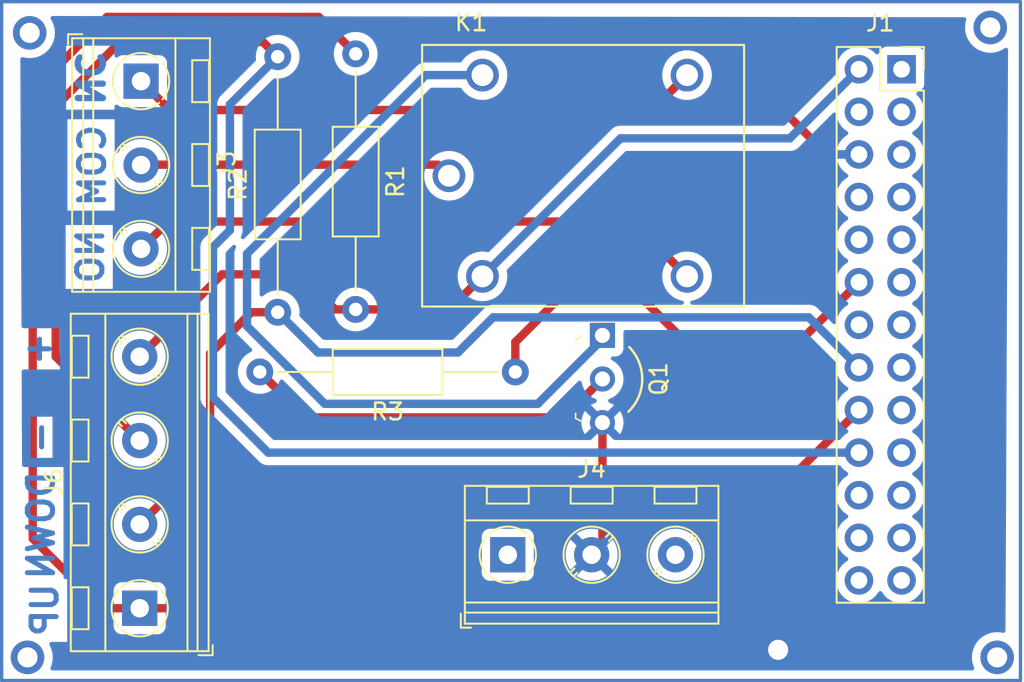
<source format=kicad_pcb>
(kicad_pcb (version 20221018) (generator pcbnew)
  (layers (0 "F.Cu" signal) (31 "B.Cu" signal) (34 "B.Paste" user) (35 "F.Paste" user) (36 "B.SilkS" user "B.Silkscreen") (37 "F.SilkS" user "F.Silkscreen") (38 "B.Mask" user) (39 "F.Mask" user) (44 "Edge.Cuts" user))
  (net 0 "")
  (net 2 "Net-(J1-Pin_2)")
  (net 6 "GND")
  (net 12 "Net-(J1-Pin_12)")
  (net 16 "Net-(J1-Pin_16)")
  (net 18 "Net-(J1-Pin_18)")
  (net 20 "Net-(J1-Pin_20)")
  (net 27 "Net-(J3-Pin_1)")
  (net 28 "Net-(J3-Pin_2)")
  (net 29 "Net-(J3-Pin_3)")
  (net 32 "Net-(Q1-C)")
  (net 33 "Net-(Q1-B)")
  (footprint "Resistor_THT:R_Axial_DIN0207_L6.3mm_D2.5mm_P15.24mm_Horizontal" (layer "F.Cu") (at 82.05 57.09 90)
    (fp_text reference "R2" (at 7.62 -2.37 90) (layer "F.SilkS"))
    (fp_text value "2.2k")
    (fp_line (start 1.04 0) (end 4.35 0) (stroke (width 0.12)) (layer "F.SilkS"))
    (fp_line (start 4.35 -1.37) (end 4.35 1.37) (stroke (width 0.12)) (layer "F.SilkS"))
    (fp_line (start 4.35 1.37) (end 10.89 1.37) (stroke (width 0.12)) (layer "F.SilkS"))
    (fp_line (start 10.89 -1.37) (end 4.35 -1.37) (stroke (width 0.12)) (layer "F.SilkS"))
    (fp_line (start 10.89 1.37) (end 10.89 -1.37) (stroke (width 0.12)) (layer "F.SilkS"))
    (fp_line (start 14.2 0) (end 10.89 0) (stroke (width 0.12)) (layer "F.SilkS"))
    (pad "1" thru_hole circle (at 0 0 90) (size 1.6 1.6) (drill 0.8) (layers "*.Cu" "*.Mask") (net 16 "Net-(J1-Pin_16)"))
    (pad "2" thru_hole oval (at 15.24 0 90) (size 1.6 1.6) (drill 0.8) (layers "*.Cu" "*.Mask") (net 20 "Net-(J1-Pin_20)"))
  )
  (footprint "Resistor_THT:R_Axial_DIN0207_L6.3mm_D2.5mm_P15.24mm_Horizontal" (layer "F.Cu") (at 96.22 60.65 180)
    (fp_text reference "R3" (at 7.62 -2.37) (layer "F.SilkS"))
    (fp_text value "330ohm")
    (fp_line (start 1.04 0) (end 4.35 0) (stroke (width 0.12)) (layer "F.SilkS"))
    (fp_line (start 4.35 -1.37) (end 4.35 1.37) (stroke (width 0.12)) (layer "F.SilkS"))
    (fp_line (start 4.35 1.37) (end 10.89 1.37) (stroke (width 0.12)) (layer "F.SilkS"))
    (fp_line (start 10.89 -1.37) (end 4.35 -1.37) (stroke (width 0.12)) (layer "F.SilkS"))
    (fp_line (start 10.89 1.37) (end 10.89 -1.37) (stroke (width 0.12)) (layer "F.SilkS"))
    (fp_line (start 14.2 0) (end 10.89 0) (stroke (width 0.12)) (layer "F.SilkS"))
    (pad "1" thru_hole circle (at 0 0 180) (size 1.6 1.6) (drill 0.8) (layers "*.Cu" "*.Mask") (net 12 "Net-(J1-Pin_12)"))
    (pad "2" thru_hole oval (at 15.24 0 180) (size 1.6 1.6) (drill 0.8) (layers "*.Cu" "*.Mask") (net 33 "Net-(Q1-B)"))
  )
  (footprint "TerminalBlock_RND:TerminalBlock_RND_205-00046_1x03_P5.00mm_Horizontal" (layer "F.Cu") (at 73.9 43.31 -90)
    (fp_text reference "J3" (at 5 -5.11 90) (layer "F.SilkS"))
    (fp_text value "Screw_Terminal_01x03")
    (fp_line (start -2.8 3.51) (end -2.8 4.35) (stroke (width 0.12)) (layer "F.SilkS"))
    (fp_line (start -2.8 4.35) (end -2.2 4.35) (stroke (width 0.12)) (layer "F.SilkS"))
    (fp_line (start -2.56 -4.11) (end -2.56 4.11) (stroke (width 0.12)) (layer "F.SilkS"))
    (fp_line (start -2.56 -4.11) (end 12.56 -4.11) (stroke (width 0.12)) (layer "F.SilkS"))
    (fp_line (start -2.56 -2.05) (end 12.56 -2.05) (stroke (width 0.12)) (layer "F.SilkS"))
    (fp_line (start -2.56 2.85) (end 12.56 2.85) (stroke (width 0.12)) (layer "F.SilkS"))
    (fp_line (start -2.56 3.45) (end 12.56 3.45) (stroke (width 0.12)) (layer "F.SilkS"))
    (fp_line (start -2.56 4.11) (end 12.56 4.11) (stroke (width 0.12)) (layer "F.SilkS"))
    (fp_line (start -1.25 -4.05) (end -1.25 -3.05) (stroke (width 0.12)) (layer "F.SilkS"))
    (fp_line (start -1.25 -4.05) (end 1.25 -4.05) (stroke (width 0.12)) (layer "F.SilkS"))
    (fp_line (start -1.25 -3.05) (end 1.25 -3.05) (stroke (width 0.12)) (layer "F.SilkS"))
    (fp_line (start 1.25 -4.05) (end 1.25 -3.05) (stroke (width 0.12)) (layer "F.SilkS"))
    (fp_line (start 3.75 -4.05) (end 3.75 -3.05) (stroke (width 0.12)) (layer "F.SilkS"))
    (fp_line (start 3.75 -4.05) (end 6.25 -4.05) (stroke (width 0.12)) (layer "F.SilkS"))
    (fp_line (start 3.75 -3.05) (end 6.25 -3.05) (stroke (width 0.12)) (layer "F.SilkS"))
    (fp_line (start 3.972 0.823) (end 3.726 1.069) (stroke (width 0.12)) (layer "F.SilkS"))
    (fp_line (start 4.13 1.075) (end 3.931 1.274) (stroke (width 0.12)) (layer "F.SilkS"))
    (fp_line (start 6.07 -1.275) (end 5.859 -1.064) (stroke (width 0.12)) (layer "F.SilkS"))
    (fp_line (start 6.25 -4.05) (end 6.25 -3.05) (stroke (width 0.12)) (layer "F.SilkS"))
    (fp_line (start 6.275 -1.069) (end 6.029 -0.823) (stroke (width 0.12)) (layer "F.SilkS"))
    (fp_line (start 8.75 -4.05) (end 8.75 -3.05) (stroke (width 0.12)) (layer "F.SilkS"))
    (fp_line (start 8.75 -4.05) (end 11.25 -4.05) (stroke (width 0.12)) (layer "F.SilkS"))
    (fp_line (start 8.75 -3.05) (end 11.25 -3.05) (stroke (width 0.12)) (layer "F.SilkS"))
    (fp_line (start 8.972 0.823) (end 8.726 1.069) (stroke (width 0.12)) (layer "F.SilkS"))
    (fp_line (start 9.13 1.075) (end 8.931 1.274) (stroke (width 0.12)) (layer "F.SilkS"))
    (fp_line (start 11.07 -1.275) (end 10.859 -1.064) (stroke (width 0.12)) (layer "F.SilkS"))
    (fp_line (start 11.25 -4.05) (end 11.25 -3.05) (stroke (width 0.12)) (layer "F.SilkS"))
    (fp_line (start 11.275 -1.069) (end 11.029 -0.823) (stroke (width 0.12)) (layer "F.SilkS"))
    (fp_line (start 12.56 -4.11) (end 12.56 4.11) (stroke (width 0.12)) (layer "F.SilkS"))
    (fp_arc (start -1.288062 1.079734) (mid -1.680752 -0.000826) (end -1.287 -1.081) (stroke (width 0.12)) (layer "F.SilkS"))
    (fp_arc (start -1.079908 -1.287078) (mid 0.00006 -1.68011) (end 1.08 -1.287) (stroke (width 0.12)) (layer "F.SilkS"))
    (fp_arc (start 0.028507 1.680511) (mid -0.561826 1.584071) (end -1.081 1.287) (stroke (width 0.12)) (layer "F.SilkS"))
    (fp_arc (start 1.079883 1.286955) (mid 0.574594 1.578684) (end 0 1.68) (stroke (width 0.12)) (layer "F.SilkS"))
    (fp_arc (start 1.287078 -1.079908) (mid 1.68011 0.00006) (end 1.287 1.08) (stroke (width 0.12)) (layer "F.SilkS"))
    (fp_circle (center 5 0) (end 6.68 0) (stroke (width 0.12)) (fill none) (layer "F.SilkS"))
    (fp_circle (center 10 0) (end 11.68 0) (stroke (width 0.12)) (fill none) (layer "F.SilkS"))
    (pad "1" thru_hole rect (at 0 0 270) (size 2.1 2.1) (drill 1.1) (layers "*.Cu" "*.Mask") (net 27 "Net-(J3-Pin_1)"))
    (pad "2" thru_hole circle (at 5 0 270) (size 2.1 2.1) (drill 1.1) (layers "*.Cu" "*.Mask") (net 28 "Net-(J3-Pin_2)"))
    (pad "3" thru_hole circle (at 10 0 270) (size 2.1 2.1) (drill 1.1) (layers "*.Cu" "*.Mask") (net 29 "Net-(J3-Pin_3)"))
  )
  (footprint "SRD-03VDC-SL-C:RELAY_SRD-03VDC-SL-C" (layer "F.Cu") (at 100.26 48.95)
    (fp_text reference "K1" (at -6.675 -9.135) (layer "F.SilkS"))
    (fp_text value "SRD-03VDC-SL-C")
    (fp_line (start -9.6 -7.8) (end 9.6 -7.8) (stroke (width 0.127)) (layer "F.SilkS"))
    (fp_line (start -9.6 7.8) (end -9.6 -7.8) (stroke (width 0.127)) (layer "F.SilkS"))
    (fp_line (start 9.6 -7.8) (end 9.6 7.8) (stroke (width 0.127)) (layer "F.SilkS"))
    (fp_line (start 9.6 7.8) (end -9.6 7.8) (stroke (width 0.127)) (layer "F.SilkS"))
    (pad "COIL1" thru_hole circle (at -6 -6) (size 1.95 1.95) (drill 1.3) (layers "*.Cu" "*.Mask") (net 32 "Net-(Q1-C)"))
    (pad "COIL2" thru_hole circle (at -6 6) (size 1.95 1.95) (drill 1.3) (layers "*.Cu" "*.Mask") (net 2 "Net-(J1-Pin_2)"))
    (pad "COM" thru_hole circle (at -8 0) (size 1.95 1.95) (drill 1.3) (layers "*.Cu" "*.Mask") (net 28 "Net-(J3-Pin_2)"))
    (pad "NC" thru_hole circle (at 6.2 -6) (size 1.95 1.95) (drill 1.3) (layers "*.Cu" "*.Mask") (net 27 "Net-(J3-Pin_1)"))
    (pad "NO" thru_hole circle (at 6.2 6) (size 1.95 1.95) (drill 1.3) (layers "*.Cu" "*.Mask") (net 29 "Net-(J3-Pin_3)"))
  )
  (footprint "Connector_PinSocket_2.54mm:PinSocket_2x13_P2.54mm_Vertical" (layer "F.Cu") (at 119.25 42.6)
    (fp_text reference "J1" (at -1.27 -2.77) (layer "F.SilkS"))
    (fp_text value "Conn_02x13_Odd_Even")
    (fp_line (start -3.87 -1.33) (end -3.87 31.81) (stroke (width 0.12)) (layer "F.SilkS"))
    (fp_line (start -3.87 -1.33) (end -1.27 -1.33) (stroke (width 0.12)) (layer "F.SilkS"))
    (fp_line (start -3.87 31.81) (end 1.33 31.81) (stroke (width 0.12)) (layer "F.SilkS"))
    (fp_line (start -1.27 -1.33) (end -1.27 1.27) (stroke (width 0.12)) (layer "F.SilkS"))
    (fp_line (start -1.27 1.27) (end 1.33 1.27) (stroke (width 0.12)) (layer "F.SilkS"))
    (fp_line (start 0 -1.33) (end 1.33 -1.33) (stroke (width 0.12)) (layer "F.SilkS"))
    (fp_line (start 1.33 -1.33) (end 1.33 0) (stroke (width 0.12)) (layer "F.SilkS"))
    (fp_line (start 1.33 1.27) (end 1.33 31.81) (stroke (width 0.12)) (layer "F.SilkS"))
    (pad "1" thru_hole rect (at 0 0) (size 1.7 1.7) (drill 1) (layers "*.Cu" "*.Mask"))
    (pad "2" thru_hole oval (at -2.54 0) (size 1.7 1.7) (drill 1) (layers "*.Cu" "*.Mask") (net 2 "Net-(J1-Pin_2)"))
    (pad "3" thru_hole oval (at 0 2.54) (size 1.7 1.7) (drill 1) (layers "*.Cu" "*.Mask"))
    (pad "4" thru_hole oval (at -2.54 2.54) (size 1.7 1.7) (drill 1) (layers "*.Cu" "*.Mask"))
    (pad "5" thru_hole oval (at 0 5.08) (size 1.7 1.7) (drill 1) (layers "*.Cu" "*.Mask"))
    (pad "6" thru_hole oval (at -2.54 5.08) (size 1.7 1.7) (drill 1) (layers "*.Cu" "*.Mask") (net 6 "GND"))
    (pad "7" thru_hole oval (at 0 7.62) (size 1.7 1.7) (drill 1) (layers "*.Cu" "*.Mask"))
    (pad "8" thru_hole oval (at -2.54 7.62) (size 1.7 1.7) (drill 1) (layers "*.Cu" "*.Mask"))
    (pad "9" thru_hole oval (at 0 10.16) (size 1.7 1.7) (drill 1) (layers "*.Cu" "*.Mask"))
    (pad "10" thru_hole oval (at -2.54 10.16) (size 1.7 1.7) (drill 1) (layers "*.Cu" "*.Mask"))
    (pad "11" thru_hole oval (at 0 12.7) (size 1.7 1.7) (drill 1) (layers "*.Cu" "*.Mask"))
    (pad "12" thru_hole oval (at -2.54 12.7) (size 1.7 1.7) (drill 1) (layers "*.Cu" "*.Mask") (net 12 "Net-(J1-Pin_12)"))
    (pad "13" thru_hole oval (at 0 15.24) (size 1.7 1.7) (drill 1) (layers "*.Cu" "*.Mask"))
    (pad "14" thru_hole oval (at -2.54 15.24) (size 1.7 1.7) (drill 1) (layers "*.Cu" "*.Mask"))
    (pad "15" thru_hole oval (at 0 17.78) (size 1.7 1.7) (drill 1) (layers "*.Cu" "*.Mask"))
    (pad "16" thru_hole oval (at -2.54 17.78) (size 1.7 1.7) (drill 1) (layers "*.Cu" "*.Mask") (net 16 "Net-(J1-Pin_16)"))
    (pad "17" thru_hole oval (at 0 20.32) (size 1.7 1.7) (drill 1) (layers "*.Cu" "*.Mask"))
    (pad "18" thru_hole oval (at -2.54 20.32) (size 1.7 1.7) (drill 1) (layers "*.Cu" "*.Mask") (net 18 "Net-(J1-Pin_18)"))
    (pad "19" thru_hole oval (at 0 22.86) (size 1.7 1.7) (drill 1) (layers "*.Cu" "*.Mask"))
    (pad "20" thru_hole oval (at -2.54 22.86) (size 1.7 1.7) (drill 1) (layers "*.Cu" "*.Mask") (net 20 "Net-(J1-Pin_20)"))
    (pad "21" thru_hole oval (at 0 25.4) (size 1.7 1.7) (drill 1) (layers "*.Cu" "*.Mask"))
    (pad "22" thru_hole oval (at -2.54 25.4) (size 1.7 1.7) (drill 1) (layers "*.Cu" "*.Mask"))
    (pad "23" thru_hole oval (at 0 27.94) (size 1.7 1.7) (drill 1) (layers "*.Cu" "*.Mask"))
    (pad "24" thru_hole oval (at -2.54 27.94) (size 1.7 1.7) (drill 1) (layers "*.Cu" "*.Mask"))
    (pad "25" thru_hole oval (at 0 30.48) (size 1.7 1.7) (drill 1) (layers "*.Cu" "*.Mask"))
    (pad "26" thru_hole oval (at -2.54 30.48) (size 1.7 1.7) (drill 1) (layers "*.Cu" "*.Mask"))
  )
  (footprint "TerminalBlock_RND:TerminalBlock_RND_205-00047_1x04_P5.00mm_Horizontal" (layer "F.Cu") (at 73.82 74.74 90)
    (fp_text reference "J6" (at 7.5 -5.11 90) (layer "F.SilkS"))
    (fp_text value "Screw_Terminal_01x04")
    (fp_line (start -2.8 3.51) (end -2.8 4.35) (stroke (width 0.12)) (layer "F.SilkS"))
    (fp_line (start -2.8 4.35) (end -2.2 4.35) (stroke (width 0.12)) (layer "F.SilkS"))
    (fp_line (start -2.56 -4.11) (end -2.56 4.11) (stroke (width 0.12)) (layer "F.SilkS"))
    (fp_line (start -2.56 -4.11) (end 17.561 -4.11) (stroke (width 0.12)) (layer "F.SilkS"))
    (fp_line (start -2.56 -2.05) (end 17.561 -2.05) (stroke (width 0.12)) (layer "F.SilkS"))
    (fp_line (start -2.56 2.85) (end 17.561 2.85) (stroke (width 0.12)) (layer "F.SilkS"))
    (fp_line (start -2.56 3.45) (end 17.561 3.45) (stroke (width 0.12)) (layer "F.SilkS"))
    (fp_line (start -2.56 4.11) (end 17.561 4.11) (stroke (width 0.12)) (layer "F.SilkS"))
    (fp_line (start -1.25 -4.05) (end -1.25 -3.05) (stroke (width 0.12)) (layer "F.SilkS"))
    (fp_line (start -1.25 -4.05) (end 1.25 -4.05) (stroke (width 0.12)) (layer "F.SilkS"))
    (fp_line (start -1.25 -3.05) (end 1.25 -3.05) (stroke (width 0.12)) (layer "F.SilkS"))
    (fp_line (start 1.25 -4.05) (end 1.25 -3.05) (stroke (width 0.12)) (layer "F.SilkS"))
    (fp_line (start 3.75 -4.05) (end 3.75 -3.05) (stroke (width 0.12)) (layer "F.SilkS"))
    (fp_line (start 3.75 -4.05) (end 6.25 -4.05) (stroke (width 0.12)) (layer "F.SilkS"))
    (fp_line (start 3.75 -3.05) (end 6.25 -3.05) (stroke (width 0.12)) (layer "F.SilkS"))
    (fp_line (start 3.972 0.823) (end 3.726 1.069) (stroke (width 0.12)) (layer "F.SilkS"))
    (fp_line (start 4.13 1.075) (end 3.931 1.274) (stroke (width 0.12)) (layer "F.SilkS"))
    (fp_line (start 6.07 -1.275) (end 5.859 -1.064) (stroke (width 0.12)) (layer "F.SilkS"))
    (fp_line (start 6.25 -4.05) (end 6.25 -3.05) (stroke (width 0.12)) (layer "F.SilkS"))
    (fp_line (start 6.275 -1.069) (end 6.029 -0.823) (stroke (width 0.12)) (layer "F.SilkS"))
    (fp_line (start 8.75 -4.05) (end 8.75 -3.05) (stroke (width 0.12)) (layer "F.SilkS"))
    (fp_line (start 8.75 -4.05) (end 11.25 -4.05) (stroke (width 0.12)) (layer "F.SilkS"))
    (fp_line (start 8.75 -3.05) (end 11.25 -3.05) (stroke (width 0.12)) (layer "F.SilkS"))
    (fp_line (start 8.972 0.823) (end 8.726 1.069) (stroke (width 0.12)) (layer "F.SilkS"))
    (fp_line (start 9.13 1.075) (end 8.931 1.274) (stroke (width 0.12)) (layer "F.SilkS"))
    (fp_line (start 11.07 -1.275) (end 10.859 -1.064) (stroke (width 0.12)) (layer "F.SilkS"))
    (fp_line (start 11.25 -4.05) (end 11.25 -3.05) (stroke (width 0.12)) (layer "F.SilkS"))
    (fp_line (start 11.275 -1.069) (end 11.029 -0.823) (stroke (width 0.12)) (layer "F.SilkS"))
    (fp_line (start 13.75 -4.05) (end 13.75 -3.05) (stroke (width 0.12)) (layer "F.SilkS"))
    (fp_line (start 13.75 -4.05) (end 16.25 -4.05) (stroke (width 0.12)) (layer "F.SilkS"))
    (fp_line (start 13.75 -3.05) (end 16.25 -3.05) (stroke (width 0.12)) (layer "F.SilkS"))
    (fp_line (start 13.972 0.823) (end 13.726 1.069) (stroke (width 0.12)) (layer "F.SilkS"))
    (fp_line (start 14.13 1.075) (end 13.931 1.274) (stroke (width 0.12)) (layer "F.SilkS"))
    (fp_line (start 16.07 -1.275) (end 15.859 -1.064) (stroke (width 0.12)) (layer "F.SilkS"))
    (fp_line (start 16.25 -4.05) (end 16.25 -3.05) (stroke (width 0.12)) (layer "F.SilkS"))
    (fp_line (start 16.275 -1.069) (end 16.029 -0.823) (stroke (width 0.12)) (layer "F.SilkS"))
    (fp_line (start 17.561 -4.11) (end 17.561 4.11) (stroke (width 0.12)) (layer "F.SilkS"))
    (fp_arc (start -1.288062 1.079734) (mid -1.680752 -0.000826) (end -1.287 -1.081) (stroke (width 0.12)) (layer "F.SilkS"))
    (fp_arc (start -1.079908 -1.287078) (mid 0.00006 -1.68011) (end 1.08 -1.287) (stroke (width 0.12)) (layer "F.SilkS"))
    (fp_arc (start 0.028507 1.680511) (mid -0.561826 1.584071) (end -1.081 1.287) (stroke (width 0.12)) (layer "F.SilkS"))
    (fp_arc (start 1.079883 1.286955) (mid 0.574594 1.578684) (end 0 1.68) (stroke (width 0.12)) (layer "F.SilkS"))
    (fp_arc (start 1.287078 -1.079908) (mid 1.68011 0.00006) (end 1.287 1.08) (stroke (width 0.12)) (layer "F.SilkS"))
    (fp_circle (center 5 0) (end 6.68 0) (stroke (width 0.12)) (fill none) (layer "F.SilkS"))
    (fp_circle (center 10 0) (end 11.68 0) (stroke (width 0.12)) (fill none) (layer "F.SilkS"))
    (fp_circle (center 15 0) (end 16.68 0) (stroke (width 0.12)) (fill none) (layer "F.SilkS"))
    (pad "1" thru_hole rect (at 0 0 90) (size 2.1 2.1) (drill 1.1) (layers "*.Cu" "*.Mask") (net 18 "Net-(J1-Pin_18)"))
    (pad "2" thru_hole circle (at 5 0 90) (size 2.1 2.1) (drill 1.1) (layers "*.Cu" "*.Mask") (net 16 "Net-(J1-Pin_16)"))
    (pad "3" thru_hole circle (at 10 0 90) (size 2.1 2.1) (drill 1.1) (layers "*.Cu" "*.Mask") (net 20 "Net-(J1-Pin_20)"))
    (pad "4" thru_hole circle (at 15 0 90) (size 2.1 2.1) (drill 1.1) (layers "*.Cu" "*.Mask") (net 2 "Net-(J1-Pin_2)"))
  )
  (footprint "Resistor_THT:R_Axial_DIN0207_L6.3mm_D2.5mm_P15.24mm_Horizontal" (layer "F.Cu") (at 86.7 41.68 -90)
    (fp_text reference "R1" (at 7.62 -2.37 90) (layer "F.SilkS"))
    (fp_text value "2.2k")
    (fp_line (start 1.04 0) (end 4.35 0) (stroke (width 0.12)) (layer "F.SilkS"))
    (fp_line (start 4.35 -1.37) (end 4.35 1.37) (stroke (width 0.12)) (layer "F.SilkS"))
    (fp_line (start 4.35 1.37) (end 10.89 1.37) (stroke (width 0.12)) (layer "F.SilkS"))
    (fp_line (start 10.89 -1.37) (end 4.35 -1.37) (stroke (width 0.12)) (layer "F.SilkS"))
    (fp_line (start 10.89 1.37) (end 10.89 -1.37) (stroke (width 0.12)) (layer "F.SilkS"))
    (fp_line (start 14.2 0) (end 10.89 0) (stroke (width 0.12)) (layer "F.SilkS"))
    (pad "1" thru_hole circle (at 0 0 270) (size 1.6 1.6) (drill 0.8) (layers "*.Cu" "*.Mask") (net 18 "Net-(J1-Pin_18)"))
    (pad "2" thru_hole oval (at 15.24 0 270) (size 1.6 1.6) (drill 0.8) (layers "*.Cu" "*.Mask") (net 2 "Net-(J1-Pin_2)"))
  )
  (footprint "digikey-footprints:TO-92-3_Formed_Leads" (layer "F.Cu") (at 101.415 58.47 -90)
    (fp_text reference "Q1" (at 2.6 -3.35 90) (layer "F.SilkS"))
    (fp_text value "BC547BTA")
    (fp_line (start 0.25 1.6) (end 0.1 1.3) (stroke (width 0.1)) (layer "F.SilkS"))
    (fp_line (start 0.55 1.6) (end 0.25 1.6) (stroke (width 0.1)) (layer "F.SilkS"))
    (fp_line (start 4.95 1.6) (end 4.65 1.6) (stroke (width 0.1)) (layer "F.SilkS"))
    (fp_line (start 4.95 1.6) (end 5.1 1.3) (stroke (width 0.1)) (layer "F.SilkS"))
    (fp_arc (start 0.7 -1.6) (mid 2.635355 -2.372361) (end 4.55 -1.55) (stroke (width 0.15)) (layer "F.SilkS"))
    (pad "1" thru_hole rect (at 0 0 90) (size 1.5 1.5) (drill 0.9) (layers "*.Cu" "*.Mask") (net 32 "Net-(Q1-C)"))
    (pad "2" thru_hole circle (at 2.6 0 90) (size 1.5 1.5) (drill 0.9) (layers "*.Cu" "*.Mask") (net 33 "Net-(Q1-B)"))
    (pad "3" thru_hole circle (at 5.2 0 90) (size 1.5 1.5) (drill 0.9) (layers "*.Cu" "*.Mask") (net 6 "GND"))
  )
  (footprint "TerminalBlock_RND:TerminalBlock_RND_205-00046_1x03_P5.00mm_Horizontal" (layer "F.Cu") (at 95.77 71.55)
    (fp_text reference "J4" (at 5 -5.11) (layer "F.SilkS"))
    (fp_text value "Screw_Terminal_01x03")
    (fp_line (start -2.8 3.51) (end -2.8 4.35) (stroke (width 0.12)) (layer "F.SilkS"))
    (fp_line (start -2.8 4.35) (end -2.2 4.35) (stroke (width 0.12)) (layer "F.SilkS"))
    (fp_line (start -2.56 -4.11) (end -2.56 4.11) (stroke (width 0.12)) (layer "F.SilkS"))
    (fp_line (start -2.56 -4.11) (end 12.56 -4.11) (stroke (width 0.12)) (layer "F.SilkS"))
    (fp_line (start -2.56 -2.05) (end 12.56 -2.05) (stroke (width 0.12)) (layer "F.SilkS"))
    (fp_line (start -2.56 2.85) (end 12.56 2.85) (stroke (width 0.12)) (layer "F.SilkS"))
    (fp_line (start -2.56 3.45) (end 12.56 3.45) (stroke (width 0.12)) (layer "F.SilkS"))
    (fp_line (start -2.56 4.11) (end 12.56 4.11) (stroke (width 0.12)) (layer "F.SilkS"))
    (fp_line (start -1.25 -4.05) (end -1.25 -3.05) (stroke (width 0.12)) (layer "F.SilkS"))
    (fp_line (start -1.25 -4.05) (end 1.25 -4.05) (stroke (width 0.12)) (layer "F.SilkS"))
    (fp_line (start -1.25 -3.05) (end 1.25 -3.05) (stroke (width 0.12)) (layer "F.SilkS"))
    (fp_line (start 1.25 -4.05) (end 1.25 -3.05) (stroke (width 0.12)) (layer "F.SilkS"))
    (fp_line (start 3.75 -4.05) (end 3.75 -3.05) (stroke (width 0.12)) (layer "F.SilkS"))
    (fp_line (start 3.75 -4.05) (end 6.25 -4.05) (stroke (width 0.12)) (layer "F.SilkS"))
    (fp_line (start 3.75 -3.05) (end 6.25 -3.05) (stroke (width 0.12)) (layer "F.SilkS"))
    (fp_line (start 3.972 0.823) (end 3.726 1.069) (stroke (width 0.12)) (layer "F.SilkS"))
    (fp_line (start 4.13 1.075) (end 3.931 1.274) (stroke (width 0.12)) (layer "F.SilkS"))
    (fp_line (start 6.07 -1.275) (end 5.859 -1.064) (stroke (width 0.12)) (layer "F.SilkS"))
    (fp_line (start 6.25 -4.05) (end 6.25 -3.05) (stroke (width 0.12)) (layer "F.SilkS"))
    (fp_line (start 6.275 -1.069) (end 6.029 -0.823) (stroke (width 0.12)) (layer "F.SilkS"))
    (fp_line (start 8.75 -4.05) (end 8.75 -3.05) (stroke (width 0.12)) (layer "F.SilkS"))
    (fp_line (start 8.75 -4.05) (end 11.25 -4.05) (stroke (width 0.12)) (layer "F.SilkS"))
    (fp_line (start 8.75 -3.05) (end 11.25 -3.05) (stroke (width 0.12)) (layer "F.SilkS"))
    (fp_line (start 8.972 0.823) (end 8.726 1.069) (stroke (width 0.12)) (layer "F.SilkS"))
    (fp_line (start 9.13 1.075) (end 8.931 1.274) (stroke (width 0.12)) (layer "F.SilkS"))
    (fp_line (start 11.07 -1.275) (end 10.859 -1.064) (stroke (width 0.12)) (layer "F.SilkS"))
    (fp_line (start 11.25 -4.05) (end 11.25 -3.05) (stroke (width 0.12)) (layer "F.SilkS"))
    (fp_line (start 11.275 -1.069) (end 11.029 -0.823) (stroke (width 0.12)) (layer "F.SilkS"))
    (fp_line (start 12.56 -4.11) (end 12.56 4.11) (stroke (width 0.12)) (layer "F.SilkS"))
    (fp_arc (start -1.288062 1.079734) (mid -1.680752 -0.000826) (end -1.287 -1.081) (stroke (width 0.12)) (layer "F.SilkS"))
    (fp_arc (start -1.079908 -1.287078) (mid 0.00006 -1.68011) (end 1.08 -1.287) (stroke (width 0.12)) (layer "F.SilkS"))
    (fp_arc (start 0.028507 1.680511) (mid -0.561826 1.584071) (end -1.081 1.287) (stroke (width 0.12)) (layer "F.SilkS"))
    (fp_arc (start 1.079883 1.286955) (mid 0.574594 1.578684) (end 0 1.68) (stroke (width 0.12)) (layer "F.SilkS"))
    (fp_arc (start 1.287078 -1.079908) (mid 1.68011 0.00006) (end 1.287 1.08) (stroke (width 0.12)) (layer "F.SilkS"))
    (fp_circle (center 5 0) (end 6.68 0) (stroke (width 0.12)) (fill none) (layer "F.SilkS"))
    (fp_circle (center 10 0) (end 11.68 0) (stroke (width 0.12)) (fill none) (layer "F.SilkS"))
    (pad "1" thru_hole rect (at 0 0) (size 2.1 2.1) (drill 1.1) (layers "*.Cu" "*.Mask"))
    (pad "2" thru_hole circle (at 5 0) (size 2.1 2.1) (drill 1.1) (layers "*.Cu" "*.Mask") (net 6 "GND"))
    (pad "3" thru_hole circle (at 10 0) (size 2.1 2.1) (drill 1.1) (layers "*.Cu" "*.Mask"))
  )
  (gr_rect (start 65.59 38.57) (end 126.34 79.05) (stroke (width 0.2)) (fill none) (layer "B.Cu"))
  (gr_text "UP" (at 69.04 73.11 90) (layer "B.Cu") (effects (font (size 1.5 1.5) (thickness 0.3) bold) (justify left bottom mirror)))
  (gr_text "+" (at 68.97 60.04) (layer "B.Cu") (effects (font (size 1.5 1.5) (thickness 0.3) bold) (justify left bottom mirror)))
  (gr_text "NO\n" (at 71.76 51.99 90) (layer "B.Cu") (effects (font (size 1.5 1.5) (thickness 0.3) bold) (justify left bottom mirror)))
  (gr_text "-" (at 68.74 63.42 90) (layer "B.Cu") (effects (font (size 1.5 1.5) (thickness 0.3) bold) (justify left bottom mirror)))
  (gr_text "NC" (at 69.92 44.92 -90) (layer "B.Cu") (effects (font (size 1.5 1.5) (thickness 0.375) bold) (justify left bottom mirror)))
  (gr_text "COM\n" (at 71.87 45.75 90) (layer "B.Cu") (effects (font (size 1.5 1.5) (thickness 0.3) bold) (justify left bottom mirror)))
  (gr_text "DOWN" (at 68.82 66.42 90) (layer "B.Cu") (effects (font (size 1.5 1.5) (thickness 0.3) bold) (justify left bottom mirror)))
  (via (at 67.13 77.67) (size 2) (drill 1.2) (layers "F.Cu" "B.Cu") (net 0))
  (via (at 124.95 77.67) (size 2) (drill 1.2) (layers "F.Cu" "B.Cu") (net 0))
  (via (at 124.54 40.11) (size 2) (drill 1.2) (layers "F.Cu" "B.Cu") (net 0))
  (via (at 67.26 40.43) (size 2) (drill 1.2) (layers "F.Cu" "B.Cu") (net 0))
  (segment (start 92.29 56.92) (end 94.26 54.95) (width 0.5) (layer "F.Cu") (net 2))
  (segment (start 83.38 54.83) (end 85.47 56.92) (width 0.5) (layer "F.Cu") (net 2))
  (segment (start 86.7 56.92) (end 92.29 56.92) (width 0.5) (layer "F.Cu") (net 2))
  (segment (start 78.73 54.83) (end 83.38 54.83) (width 0.5) (layer "F.Cu") (net 2))
  (segment (start 73.82 59.74) (end 78.73 54.83) (width 0.5) (layer "F.Cu") (net 2))
  (segment (start 85.47 56.92) (end 86.7 56.92) (width 0.5) (layer "F.Cu") (net 2))
  (segment (start 112.59 46.72) (end 116.71 42.6) (width 0.5) (layer "B.Cu") (net 2))
  (segment (start 94.26 54.95) (end 102.49 46.72) (width 0.5) (layer "B.Cu") (net 2))
  (segment (start 102.49 46.72) (end 112.59 46.72) (width 0.5) (layer "B.Cu") (net 2))
  (segment (start 121.05 77.22) (end 111.89 77.22) (width 0.5) (layer "F.Cu") (net 6))
  (segment (start 101.415 70.905) (end 100.77 71.55) (width 0.25) (layer "F.Cu") (net 6))
  (segment (start 116.71 47.68) (end 114.8 47.68) (width 0.5) (layer "F.Cu") (net 6))
  (segment (start 121.69 39.95) (end 124.23 42.49) (width 0.5) (layer "F.Cu") (net 6))
  (segment (start 111.89 77.22) (end 111.93 77.22) (width 0.25) (layer "F.Cu") (net 6))
  (segment (start 124.23 74.04) (end 121.31 76.96) (width 0.5) (layer "F.Cu") (net 6))
  (segment (start 114.8 47.68) (end 112.48 45.36) (width 0.5) (layer "F.Cu") (net 6))
  (segment (start 101.415 63.67) (end 101.415 70.905) (width 0.5) (layer "F.Cu") (net 6))
  (segment (start 112.48 45.36) (end 112.48 42.23) (width 0.5) (layer "F.Cu") (net 6))
  (segment (start 124.23 42.49) (end 124.23 74.04) (width 0.5) (layer "F.Cu") (net 6))
  (segment (start 114.76 39.95) (end 121.69 39.95) (width 0.5) (layer "F.Cu") (net 6))
  (segment (start 121.31 76.96) (end 121.05 77.22) (width 0.5) (layer "F.Cu") (net 6))
  (segment (start 112.48 42.23) (end 114.76 39.95) (width 0.5) (layer "F.Cu") (net 6))
  (via (at 111.89 77.22) (size 2) (drill 1.2) (layers "F.Cu" "B.Cu") (net 6))
  (segment (start 106.44 77.22) (end 100.77 71.55) (width 0.5) (layer "B.Cu") (net 6))
  (segment (start 111.89 77.22) (end 106.44 77.22) (width 0.5) (layer "B.Cu") (net 6))
  (segment (start 113.32 58.69) (end 116.71 55.3) (width 0.5) (layer "F.Cu") (net 12))
  (segment (start 96.22 58.87) (end 99.61 55.48) (width 0.5) (layer "F.Cu") (net 12))
  (segment (start 99.61 55.48) (end 102.99 55.48) (width 0.5) (layer "F.Cu") (net 12))
  (segment (start 102.99 55.48) (end 106.2 58.69) (width 0.5) (layer "F.Cu") (net 12))
  (segment (start 96.22 60.65) (end 96.22 58.87) (width 0.5) (layer "F.Cu") (net 12))
  (segment (start 106.2 58.69) (end 113.32 58.69) (width 0.5) (layer "F.Cu") (net 12))
  (segment (start 73.82 69.74) (end 78.02 65.54) (width 0.5) (layer "F.Cu") (net 16))
  (segment (start 78.02 59.55) (end 80.48 57.09) (width 0.5) (layer "F.Cu") (net 16))
  (segment (start 78.02 65.54) (end 78.02 59.55) (width 0.5) (layer "F.Cu") (net 16))
  (segment (start 80.48 57.09) (end 82.05 57.09) (width 0.5) (layer "F.Cu") (net 16))
  (segment (start 84.45 59.49) (end 82.05 57.09) (width 0.5) (layer "B.Cu") (net 16))
  (segment (start 92.8 59.49) (end 84.45 59.49) (width 0.5) (layer "B.Cu") (net 16))
  (segment (start 94.895 57.395) (end 92.8 59.49) (width 0.5) (layer "B.Cu") (net 16))
  (segment (start 116.71 60.38) (end 113.725 57.395) (width 0.5) (layer "B.Cu") (net 16))
  (segment (start 113.725 57.395) (end 94.895 57.395) (width 0.5) (layer "B.Cu") (net 16))
  (segment (start 84.5 39.48) (end 71.87 39.48) (width 0.5) (layer "F.Cu") (net 18))
  (segment (start 71.6 74.74) (end 73.82 74.74) (width 0.5) (layer "F.Cu") (net 18))
  (segment (start 112.07 67.56) (end 112.07 71.33) (width 0.5) (layer "F.Cu") (net 18))
  (segment (start 116.71 62.92) (end 112.07 67.56) (width 0.5) (layer "F.Cu") (net 18))
  (segment (start 112.07 71.33) (end 108.66 74.74) (width 0.5) (layer "F.Cu") (net 18))
  (segment (start 67.44 43.91) (end 67.44 70.58) (width 0.5) (layer "F.Cu") (net 18))
  (segment (start 86.7 41.68) (end 84.5 39.48) (width 0.5) (layer "F.Cu") (net 18))
  (segment (start 67.44 70.58) (end 71.6 74.74) (width 0.5) (layer "F.Cu") (net 18))
  (segment (start 108.66 74.74) (end 73.82 74.74) (width 0.5) (layer "F.Cu") (net 18))
  (segment (start 71.87 39.48) (end 67.44 43.91) (width 0.5) (layer "F.Cu") (net 18))
  (segment (start 82.05 41.85) (end 81.17 40.97) (width 0.5) (layer "F.Cu") (net 20))
  (segment (start 81.17 40.97) (end 72.65 40.97) (width 0.5) (layer "F.Cu") (net 20))
  (segment (start 68.81 59.73) (end 73.82 64.74) (width 0.5) (layer "F.Cu") (net 20))
  (segment (start 68.81 44.81) (end 68.81 59.73) (width 0.5) (layer "F.Cu") (net 20))
  (segment (start 72.65 40.97) (end 68.81 44.81) (width 0.5) (layer "F.Cu") (net 20))
  (segment (start 79.2 44.7) (end 79.2 52.2) (width 0.5) (layer "B.Cu") (net 20))
  (segment (start 79.2 52.2) (end 78.19 53.21) (width 0.5) (layer "B.Cu") (net 20))
  (segment (start 81.48 65.46) (end 116.71 65.46) (width 0.5) (layer "B.Cu") (net 20))
  (segment (start 78.19 62.17) (end 81.48 65.46) (width 0.5) (layer "B.Cu") (net 20))
  (segment (start 78.19 53.21) (end 78.19 62.17) (width 0.5) (layer "B.Cu") (net 20))
  (segment (start 82.05 41.85) (end 79.2 44.7) (width 0.5) (layer "B.Cu") (net 20))
  (segment (start 104.38 45.03) (end 106.46 42.95) (width 0.5) (layer "F.Cu") (net 27))
  (segment (start 75.62 45.03) (end 104.38 45.03) (width 0.5) (layer "F.Cu") (net 27))
  (segment (start 73.9 43.31) (end 75.62 45.03) (width 0.5) (layer "F.Cu") (net 27))
  (segment (start 91.62 48.31) (end 92.26 48.95) (width 0.25) (layer "F.Cu") (net 28))
  (segment (start 73.92 48.29) (end 91.6 48.29) (width 0.5) (layer "F.Cu") (net 28))
  (segment (start 91.6 48.29) (end 91.62 48.31) (width 0.5) (layer "F.Cu") (net 28))
  (segment (start 73.9 48.31) (end 73.92 48.29) (width 0.5) (layer "F.Cu") (net 28))
  (segment (start 103.19 51.68) (end 106.46 54.95) (width 0.5) (layer "F.Cu") (net 29))
  (segment (start 75.53 51.68) (end 103.19 51.68) (width 0.5) (layer "F.Cu") (net 29))
  (segment (start 73.9 53.31) (end 75.53 51.68) (width 0.5) (layer "F.Cu") (net 29))
  (segment (start 101.415 58.695) (end 101.415 58.47) (width 0.25) (layer "B.Cu") (net 32))
  (segment (start 93.58 42.95) (end 90.87 42.95) (width 0.5) (layer "B.Cu") (net 32))
  (segment (start 97.58 62.55) (end 97.58 62.53) (width 0.25) (layer "B.Cu") (net 32))
  (segment (start 80.22 57.92) (end 84.85 62.55) (width 0.5) (layer "B.Cu") (net 32))
  (segment (start 90.87 42.95) (end 80.22 53.6) (width 0.5) (layer "B.Cu") (net 32))
  (segment (start 84.85 62.55) (end 97.58 62.55) (width 0.5) (layer "B.Cu") (net 32))
  (segment (start 94.26 42.95) (end 93.58 42.95) (width 0.25) (layer "B.Cu") (net 32))
  (segment (start 97.58 62.53) (end 101.415 58.695) (width 0.5) (layer "B.Cu") (net 32))
  (segment (start 80.22 53.6) (end 80.22 57.92) (width 0.5) (layer "B.Cu") (net 32))
  (segment (start 99.125 63.36) (end 83.69 63.36) (width 0.5) (layer "F.Cu") (net 33))
  (segment (start 83.69 63.36) (end 80.98 60.65) (width 0.5) (layer "F.Cu") (net 33))
  (segment (start 101.415 61.07) (end 99.125 63.36) (width 0.5) (layer "F.Cu") (net 33))
  (zone (net 6) (net_name "GND") (layer "B.Cu") (connect_pads (clearance 0.5)) (min_thickness 0.25) (fill yes (thermal_gap 0.5) (thermal_bridge_width 0.5))
    (polygon (pts (xy 66.69 39.42) (xy 125.61 39.5) (xy 125.44 78.45) (xy 66.77 78.45) (xy 66.85 76.79)))
  )
)
</source>
